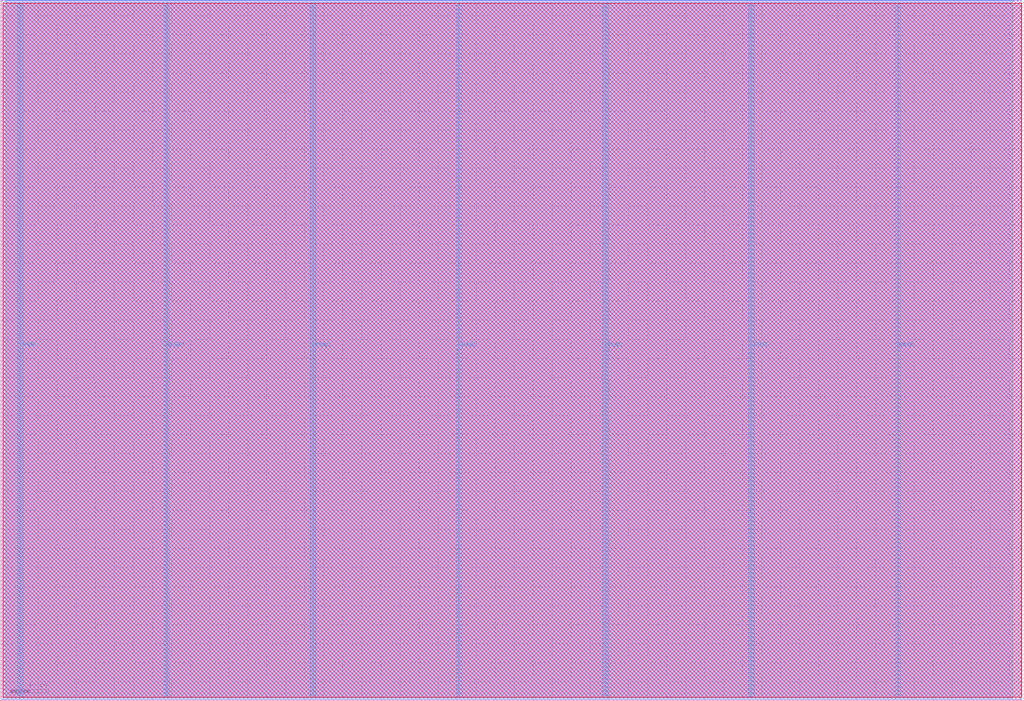
<source format=lef>
VERSION 5.7 ;
  NOWIREEXTENSIONATPIN ON ;
  DIVIDERCHAR "/" ;
  BUSBITCHARS "[]" ;
MACRO tt_um_MichaelBell_tinyQV
  CLASS BLOCK ;
  FOREIGN tt_um_MichaelBell_tinyQV ;
  ORIGIN 0.000 0.000 ;
  SIZE 1075.760 BY 736.960 ;
  PIN VGND
    DIRECTION INOUT ;
    USE GROUND ;
    PORT
      LAYER Metal4 ;
        RECT 22.180 3.620 23.780 733.340 ;
    END
    PORT
      LAYER Metal4 ;
        RECT 175.780 3.620 177.380 733.340 ;
    END
    PORT
      LAYER Metal4 ;
        RECT 329.380 3.620 330.980 733.340 ;
    END
    PORT
      LAYER Metal4 ;
        RECT 482.980 3.620 484.580 733.340 ;
    END
    PORT
      LAYER Metal4 ;
        RECT 636.580 3.620 638.180 733.340 ;
    END
    PORT
      LAYER Metal4 ;
        RECT 790.180 3.620 791.780 733.340 ;
    END
    PORT
      LAYER Metal4 ;
        RECT 943.780 3.620 945.380 733.340 ;
    END
  END VGND
  PIN VPWR
    DIRECTION INOUT ;
    USE POWER ;
    PORT
      LAYER Metal4 ;
        RECT 18.880 3.620 20.480 733.340 ;
    END
    PORT
      LAYER Metal4 ;
        RECT 172.480 3.620 174.080 733.340 ;
    END
    PORT
      LAYER Metal4 ;
        RECT 326.080 3.620 327.680 733.340 ;
    END
    PORT
      LAYER Metal4 ;
        RECT 479.680 3.620 481.280 733.340 ;
    END
    PORT
      LAYER Metal4 ;
        RECT 633.280 3.620 634.880 733.340 ;
    END
    PORT
      LAYER Metal4 ;
        RECT 786.880 3.620 788.480 733.340 ;
    END
    PORT
      LAYER Metal4 ;
        RECT 940.480 3.620 942.080 733.340 ;
    END
  END VPWR
  PIN clk
    DIRECTION INPUT ;
    USE SIGNAL ;
    ANTENNAGATEAREA 4.738000 ;
    PORT
      LAYER Metal4 ;
        RECT 331.090 735.960 331.390 736.960 ;
    END
  END clk
  PIN ena
    DIRECTION INPUT ;
    USE SIGNAL ;
    PORT
      LAYER Metal4 ;
        RECT 338.370 735.960 338.670 736.960 ;
    END
  END ena
  PIN rst_n
    DIRECTION INPUT ;
    USE SIGNAL ;
    ANTENNAGATEAREA 1.102000 ;
    PORT
      LAYER Metal4 ;
        RECT 323.810 735.960 324.110 736.960 ;
    END
  END rst_n
  PIN ui_in[0]
    DIRECTION INPUT ;
    USE SIGNAL ;
    ANTENNAGATEAREA 0.726000 ;
    PORT
      LAYER Metal4 ;
        RECT 316.530 735.960 316.830 736.960 ;
    END
  END ui_in[0]
  PIN ui_in[1]
    DIRECTION INPUT ;
    USE SIGNAL ;
    ANTENNAGATEAREA 0.726000 ;
    PORT
      LAYER Metal4 ;
        RECT 309.250 735.960 309.550 736.960 ;
    END
  END ui_in[1]
  PIN ui_in[2]
    DIRECTION INPUT ;
    USE SIGNAL ;
    ANTENNAGATEAREA 0.498500 ;
    PORT
      LAYER Metal4 ;
        RECT 301.970 735.960 302.270 736.960 ;
    END
  END ui_in[2]
  PIN ui_in[3]
    DIRECTION INPUT ;
    USE SIGNAL ;
    ANTENNAGATEAREA 2.204000 ;
    PORT
      LAYER Metal4 ;
        RECT 294.690 735.960 294.990 736.960 ;
    END
  END ui_in[3]
  PIN ui_in[4]
    DIRECTION INPUT ;
    USE SIGNAL ;
    ANTENNAGATEAREA 1.102000 ;
    PORT
      LAYER Metal4 ;
        RECT 287.410 735.960 287.710 736.960 ;
    END
  END ui_in[4]
  PIN ui_in[5]
    DIRECTION INPUT ;
    USE SIGNAL ;
    ANTENNAGATEAREA 1.102000 ;
    PORT
      LAYER Metal4 ;
        RECT 280.130 735.960 280.430 736.960 ;
    END
  END ui_in[5]
  PIN ui_in[6]
    DIRECTION INPUT ;
    USE SIGNAL ;
    ANTENNAGATEAREA 0.726000 ;
    PORT
      LAYER Metal4 ;
        RECT 272.850 735.960 273.150 736.960 ;
    END
  END ui_in[6]
  PIN ui_in[7]
    DIRECTION INPUT ;
    USE SIGNAL ;
    ANTENNAGATEAREA 0.741000 ;
    PORT
      LAYER Metal4 ;
        RECT 265.570 735.960 265.870 736.960 ;
    END
  END ui_in[7]
  PIN uio_in[0]
    DIRECTION INPUT ;
    USE SIGNAL ;
    PORT
      LAYER Metal4 ;
        RECT 258.290 735.960 258.590 736.960 ;
    END
  END uio_in[0]
  PIN uio_in[1]
    DIRECTION INPUT ;
    USE SIGNAL ;
    ANTENNAGATEAREA 1.102000 ;
    PORT
      LAYER Metal4 ;
        RECT 251.010 735.960 251.310 736.960 ;
    END
  END uio_in[1]
  PIN uio_in[2]
    DIRECTION INPUT ;
    USE SIGNAL ;
    ANTENNAGATEAREA 1.102000 ;
    PORT
      LAYER Metal4 ;
        RECT 243.730 735.960 244.030 736.960 ;
    END
  END uio_in[2]
  PIN uio_in[3]
    DIRECTION INPUT ;
    USE SIGNAL ;
    PORT
      LAYER Metal4 ;
        RECT 236.450 735.960 236.750 736.960 ;
    END
  END uio_in[3]
  PIN uio_in[4]
    DIRECTION INPUT ;
    USE SIGNAL ;
    ANTENNAGATEAREA 1.102000 ;
    PORT
      LAYER Metal4 ;
        RECT 229.170 735.960 229.470 736.960 ;
    END
  END uio_in[4]
  PIN uio_in[5]
    DIRECTION INPUT ;
    USE SIGNAL ;
    ANTENNAGATEAREA 1.102000 ;
    PORT
      LAYER Metal4 ;
        RECT 221.890 735.960 222.190 736.960 ;
    END
  END uio_in[5]
  PIN uio_in[6]
    DIRECTION INPUT ;
    USE SIGNAL ;
    PORT
      LAYER Metal4 ;
        RECT 214.610 735.960 214.910 736.960 ;
    END
  END uio_in[6]
  PIN uio_in[7]
    DIRECTION INPUT ;
    USE SIGNAL ;
    PORT
      LAYER Metal4 ;
        RECT 207.330 735.960 207.630 736.960 ;
    END
  END uio_in[7]
  PIN uio_oe[0]
    DIRECTION OUTPUT ;
    USE SIGNAL ;
    ANTENNADIFFAREA 2.080400 ;
    PORT
      LAYER Metal4 ;
        RECT 83.570 735.960 83.870 736.960 ;
    END
  END uio_oe[0]
  PIN uio_oe[1]
    DIRECTION OUTPUT ;
    USE SIGNAL ;
    ANTENNADIFFAREA 3.879200 ;
    PORT
      LAYER Metal4 ;
        RECT 76.290 735.960 76.590 736.960 ;
    END
  END uio_oe[1]
  PIN uio_oe[2]
    DIRECTION OUTPUT ;
    USE SIGNAL ;
    ANTENNADIFFAREA 2.080400 ;
    PORT
      LAYER Metal4 ;
        RECT 69.010 735.960 69.310 736.960 ;
    END
  END uio_oe[2]
  PIN uio_oe[3]
    DIRECTION OUTPUT ;
    USE SIGNAL ;
    ANTENNADIFFAREA 2.080400 ;
    PORT
      LAYER Metal4 ;
        RECT 61.730 735.960 62.030 736.960 ;
    END
  END uio_oe[3]
  PIN uio_oe[4]
    DIRECTION OUTPUT ;
    USE SIGNAL ;
    ANTENNADIFFAREA 2.080400 ;
    PORT
      LAYER Metal4 ;
        RECT 54.450 735.960 54.750 736.960 ;
    END
  END uio_oe[4]
  PIN uio_oe[5]
    DIRECTION OUTPUT ;
    USE SIGNAL ;
    ANTENNAGATEAREA 2.204000 ;
    ANTENNADIFFAREA 3.879200 ;
    PORT
      LAYER Metal4 ;
        RECT 47.170 735.960 47.470 736.960 ;
    END
  END uio_oe[5]
  PIN uio_oe[6]
    DIRECTION OUTPUT ;
    USE SIGNAL ;
    ANTENNADIFFAREA 2.080400 ;
    PORT
      LAYER Metal4 ;
        RECT 39.890 735.960 40.190 736.960 ;
    END
  END uio_oe[6]
  PIN uio_oe[7]
    DIRECTION OUTPUT ;
    USE SIGNAL ;
    ANTENNADIFFAREA 2.080400 ;
    PORT
      LAYER Metal4 ;
        RECT 32.610 735.960 32.910 736.960 ;
    END
  END uio_oe[7]
  PIN uio_out[0]
    DIRECTION OUTPUT ;
    USE SIGNAL ;
    ANTENNADIFFAREA 2.080400 ;
    PORT
      LAYER Metal4 ;
        RECT 141.810 735.960 142.110 736.960 ;
    END
  END uio_out[0]
  PIN uio_out[1]
    DIRECTION OUTPUT ;
    USE SIGNAL ;
    ANTENNADIFFAREA 3.879200 ;
    PORT
      LAYER Metal4 ;
        RECT 134.530 735.960 134.830 736.960 ;
    END
  END uio_out[1]
  PIN uio_out[2]
    DIRECTION OUTPUT ;
    USE SIGNAL ;
    ANTENNADIFFAREA 2.256000 ;
    PORT
      LAYER Metal4 ;
        RECT 127.250 735.960 127.550 736.960 ;
    END
  END uio_out[2]
  PIN uio_out[3]
    DIRECTION OUTPUT ;
    USE SIGNAL ;
    ANTENNADIFFAREA 2.365600 ;
    PORT
      LAYER Metal4 ;
        RECT 119.970 735.960 120.270 736.960 ;
    END
  END uio_out[3]
  PIN uio_out[4]
    DIRECTION OUTPUT ;
    USE SIGNAL ;
    ANTENNADIFFAREA 4.389000 ;
    PORT
      LAYER Metal4 ;
        RECT 112.690 735.960 112.990 736.960 ;
    END
  END uio_out[4]
  PIN uio_out[5]
    DIRECTION OUTPUT ;
    USE SIGNAL ;
    ANTENNADIFFAREA 2.256000 ;
    PORT
      LAYER Metal4 ;
        RECT 105.410 735.960 105.710 736.960 ;
    END
  END uio_out[5]
  PIN uio_out[6]
    DIRECTION OUTPUT ;
    USE SIGNAL ;
    ANTENNADIFFAREA 2.080400 ;
    PORT
      LAYER Metal4 ;
        RECT 98.130 735.960 98.430 736.960 ;
    END
  END uio_out[6]
  PIN uio_out[7]
    DIRECTION OUTPUT ;
    USE SIGNAL ;
    ANTENNADIFFAREA 4.389000 ;
    PORT
      LAYER Metal4 ;
        RECT 90.850 735.960 91.150 736.960 ;
    END
  END uio_out[7]
  PIN uo_out[0]
    DIRECTION OUTPUT ;
    USE SIGNAL ;
    ANTENNADIFFAREA 5.028900 ;
    PORT
      LAYER Metal4 ;
        RECT 200.050 735.960 200.350 736.960 ;
    END
  END uo_out[0]
  PIN uo_out[1]
    DIRECTION OUTPUT ;
    USE SIGNAL ;
    ANTENNADIFFAREA 4.030500 ;
    PORT
      LAYER Metal4 ;
        RECT 192.770 735.960 193.070 736.960 ;
    END
  END uo_out[1]
  PIN uo_out[2]
    DIRECTION OUTPUT ;
    USE SIGNAL ;
    ANTENNADIFFAREA 4.030500 ;
    PORT
      LAYER Metal4 ;
        RECT 185.490 735.960 185.790 736.960 ;
    END
  END uo_out[2]
  PIN uo_out[3]
    DIRECTION OUTPUT ;
    USE SIGNAL ;
    ANTENNADIFFAREA 2.304600 ;
    PORT
      LAYER Metal4 ;
        RECT 178.210 735.960 178.510 736.960 ;
    END
  END uo_out[3]
  PIN uo_out[4]
    DIRECTION OUTPUT ;
    USE SIGNAL ;
    ANTENNADIFFAREA 4.030500 ;
    PORT
      LAYER Metal4 ;
        RECT 170.930 735.960 171.230 736.960 ;
    END
  END uo_out[4]
  PIN uo_out[5]
    DIRECTION OUTPUT ;
    USE SIGNAL ;
    ANTENNADIFFAREA 4.030500 ;
    PORT
      LAYER Metal4 ;
        RECT 163.650 735.960 163.950 736.960 ;
    END
  END uo_out[5]
  PIN uo_out[6]
    DIRECTION OUTPUT ;
    USE SIGNAL ;
    ANTENNADIFFAREA 4.030500 ;
    PORT
      LAYER Metal4 ;
        RECT 156.370 735.960 156.670 736.960 ;
    END
  END uo_out[6]
  PIN uo_out[7]
    DIRECTION OUTPUT ;
    USE SIGNAL ;
    ANTENNADIFFAREA 4.030500 ;
    PORT
      LAYER Metal4 ;
        RECT 149.090 735.960 149.390 736.960 ;
    END
  END uo_out[7]
  OBS
      LAYER Nwell ;
        RECT 2.930 3.490 1073.390 733.470 ;
      LAYER Metal1 ;
        RECT 3.360 3.620 1072.960 733.340 ;
      LAYER Metal2 ;
        RECT 1.820 1.210 1072.820 736.310 ;
      LAYER Metal3 ;
        RECT 1.770 1.260 1072.870 736.260 ;
      LAYER Metal4 ;
        RECT 5.740 735.660 32.310 735.960 ;
        RECT 33.210 735.660 39.590 735.960 ;
        RECT 40.490 735.660 46.870 735.960 ;
        RECT 47.770 735.660 54.150 735.960 ;
        RECT 55.050 735.660 61.430 735.960 ;
        RECT 62.330 735.660 68.710 735.960 ;
        RECT 69.610 735.660 75.990 735.960 ;
        RECT 76.890 735.660 83.270 735.960 ;
        RECT 84.170 735.660 90.550 735.960 ;
        RECT 91.450 735.660 97.830 735.960 ;
        RECT 98.730 735.660 105.110 735.960 ;
        RECT 106.010 735.660 112.390 735.960 ;
        RECT 113.290 735.660 119.670 735.960 ;
        RECT 120.570 735.660 126.950 735.960 ;
        RECT 127.850 735.660 134.230 735.960 ;
        RECT 135.130 735.660 141.510 735.960 ;
        RECT 142.410 735.660 148.790 735.960 ;
        RECT 149.690 735.660 156.070 735.960 ;
        RECT 156.970 735.660 163.350 735.960 ;
        RECT 164.250 735.660 170.630 735.960 ;
        RECT 171.530 735.660 177.910 735.960 ;
        RECT 178.810 735.660 185.190 735.960 ;
        RECT 186.090 735.660 192.470 735.960 ;
        RECT 193.370 735.660 199.750 735.960 ;
        RECT 200.650 735.660 207.030 735.960 ;
        RECT 207.930 735.660 214.310 735.960 ;
        RECT 215.210 735.660 221.590 735.960 ;
        RECT 222.490 735.660 228.870 735.960 ;
        RECT 229.770 735.660 236.150 735.960 ;
        RECT 237.050 735.660 243.430 735.960 ;
        RECT 244.330 735.660 250.710 735.960 ;
        RECT 251.610 735.660 257.990 735.960 ;
        RECT 258.890 735.660 265.270 735.960 ;
        RECT 266.170 735.660 272.550 735.960 ;
        RECT 273.450 735.660 279.830 735.960 ;
        RECT 280.730 735.660 287.110 735.960 ;
        RECT 288.010 735.660 294.390 735.960 ;
        RECT 295.290 735.660 301.670 735.960 ;
        RECT 302.570 735.660 308.950 735.960 ;
        RECT 309.850 735.660 316.230 735.960 ;
        RECT 317.130 735.660 323.510 735.960 ;
        RECT 324.410 735.660 330.790 735.960 ;
        RECT 331.690 735.660 338.070 735.960 ;
        RECT 338.970 735.660 1063.860 735.960 ;
        RECT 5.740 733.640 1063.860 735.660 ;
        RECT 5.740 3.320 18.580 733.640 ;
        RECT 20.780 3.320 21.880 733.640 ;
        RECT 24.080 3.320 172.180 733.640 ;
        RECT 174.380 3.320 175.480 733.640 ;
        RECT 177.680 3.320 325.780 733.640 ;
        RECT 327.980 3.320 329.080 733.640 ;
        RECT 331.280 3.320 479.380 733.640 ;
        RECT 481.580 3.320 482.680 733.640 ;
        RECT 484.880 3.320 632.980 733.640 ;
        RECT 635.180 3.320 636.280 733.640 ;
        RECT 638.480 3.320 786.580 733.640 ;
        RECT 788.780 3.320 789.880 733.640 ;
        RECT 792.080 3.320 940.180 733.640 ;
        RECT 942.380 3.320 943.480 733.640 ;
        RECT 945.680 3.320 1063.860 733.640 ;
        RECT 5.740 1.210 1063.860 3.320 ;
  END
END tt_um_MichaelBell_tinyQV
END LIBRARY


</source>
